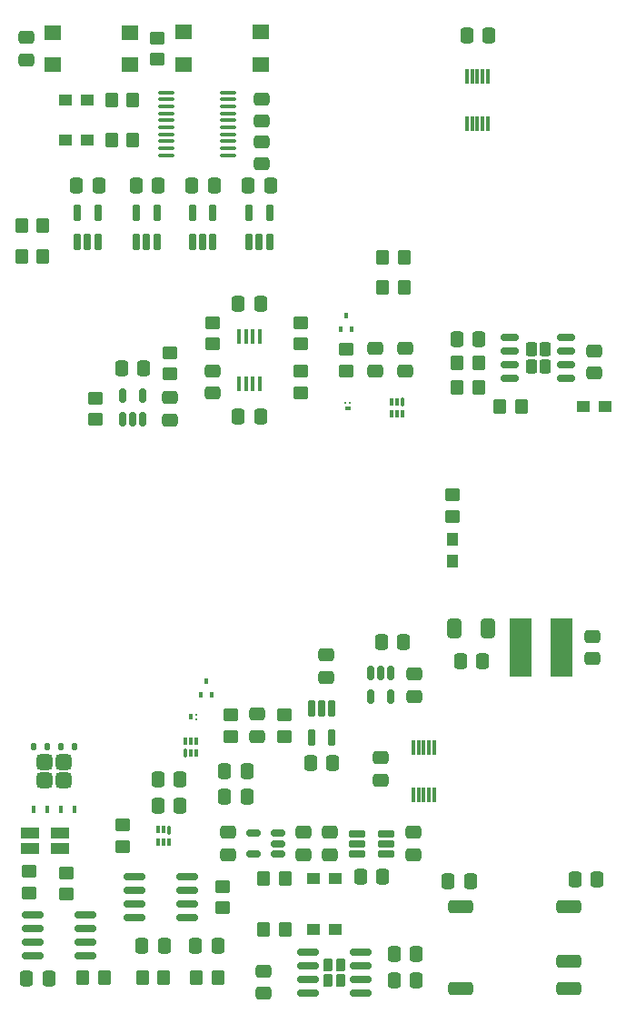
<source format=gbr>
%TF.GenerationSoftware,KiCad,Pcbnew,8.0.0*%
%TF.CreationDate,2024-10-10T18:55:30+02:00*%
%TF.ProjectId,Profiler energetyczny urz_dze_ IoT,50726f66-696c-4657-9220-656e65726765,rev?*%
%TF.SameCoordinates,Original*%
%TF.FileFunction,Paste,Top*%
%TF.FilePolarity,Positive*%
%FSLAX46Y46*%
G04 Gerber Fmt 4.6, Leading zero omitted, Abs format (unit mm)*
G04 Created by KiCad (PCBNEW 8.0.0) date 2024-10-10 18:55:30*
%MOMM*%
%LPD*%
G01*
G04 APERTURE LIST*
G04 Aperture macros list*
%AMRoundRect*
0 Rectangle with rounded corners*
0 $1 Rounding radius*
0 $2 $3 $4 $5 $6 $7 $8 $9 X,Y pos of 4 corners*
0 Add a 4 corners polygon primitive as box body*
4,1,4,$2,$3,$4,$5,$6,$7,$8,$9,$2,$3,0*
0 Add four circle primitives for the rounded corners*
1,1,$1+$1,$2,$3*
1,1,$1+$1,$4,$5*
1,1,$1+$1,$6,$7*
1,1,$1+$1,$8,$9*
0 Add four rect primitives between the rounded corners*
20,1,$1+$1,$2,$3,$4,$5,0*
20,1,$1+$1,$4,$5,$6,$7,0*
20,1,$1+$1,$6,$7,$8,$9,0*
20,1,$1+$1,$8,$9,$2,$3,0*%
G04 Aperture macros list end*
%ADD10RoundRect,0.250000X-0.337500X-0.475000X0.337500X-0.475000X0.337500X0.475000X-0.337500X0.475000X0*%
%ADD11RoundRect,0.250000X-0.350000X-0.450000X0.350000X-0.450000X0.350000X0.450000X-0.350000X0.450000X0*%
%ADD12RoundRect,0.070000X0.070000X0.355000X-0.070000X0.355000X-0.070000X-0.355000X0.070000X-0.355000X0*%
%ADD13RoundRect,0.070000X0.070000X0.305000X-0.070000X0.305000X-0.070000X-0.305000X0.070000X-0.305000X0*%
%ADD14RoundRect,0.250000X-0.275000X-0.420000X0.275000X-0.420000X0.275000X0.420000X-0.275000X0.420000X0*%
%ADD15RoundRect,0.150000X-0.662500X-0.150000X0.662500X-0.150000X0.662500X0.150000X-0.662500X0.150000X0*%
%ADD16RoundRect,0.250000X0.337500X0.475000X-0.337500X0.475000X-0.337500X-0.475000X0.337500X-0.475000X0*%
%ADD17RoundRect,0.250000X0.475000X-0.337500X0.475000X0.337500X-0.475000X0.337500X-0.475000X-0.337500X0*%
%ADD18R,1.000000X1.200000*%
%ADD19RoundRect,0.100000X-0.100000X0.155000X-0.100000X-0.155000X0.100000X-0.155000X0.100000X0.155000X0*%
%ADD20RoundRect,0.250000X-0.475000X0.337500X-0.475000X-0.337500X0.475000X-0.337500X0.475000X0.337500X0*%
%ADD21RoundRect,0.162500X0.162500X-0.617500X0.162500X0.617500X-0.162500X0.617500X-0.162500X-0.617500X0*%
%ADD22RoundRect,0.250000X0.450000X-0.350000X0.450000X0.350000X-0.450000X0.350000X-0.450000X-0.350000X0*%
%ADD23RoundRect,0.300000X0.850000X0.300000X-0.850000X0.300000X-0.850000X-0.300000X0.850000X-0.300000X0*%
%ADD24RoundRect,0.250000X-0.450000X0.350000X-0.450000X-0.350000X0.450000X-0.350000X0.450000X0.350000X0*%
%ADD25RoundRect,0.250000X0.350000X0.450000X-0.350000X0.450000X-0.350000X-0.450000X0.350000X-0.450000X0*%
%ADD26R,1.600000X1.400000*%
%ADD27RoundRect,0.150000X0.150000X-0.512500X0.150000X0.512500X-0.150000X0.512500X-0.150000X-0.512500X0*%
%ADD28R,1.750000X1.100000*%
%ADD29R,0.215000X0.270000*%
%ADD30R,0.500000X0.320000*%
%ADD31R,1.200000X1.000000*%
%ADD32RoundRect,0.162500X-0.617500X-0.162500X0.617500X-0.162500X0.617500X0.162500X-0.617500X0.162500X0*%
%ADD33RoundRect,0.070000X-0.070000X-0.355000X0.070000X-0.355000X0.070000X0.355000X-0.070000X0.355000X0*%
%ADD34RoundRect,0.070000X-0.070000X-0.305000X0.070000X-0.305000X0.070000X0.305000X-0.070000X0.305000X0*%
%ADD35RoundRect,0.162500X-0.162500X0.617500X-0.162500X-0.617500X0.162500X-0.617500X0.162500X0.617500X0*%
%ADD36RoundRect,0.150000X-0.150000X0.512500X-0.150000X-0.512500X0.150000X-0.512500X0.150000X0.512500X0*%
%ADD37R,0.300000X1.400000*%
%ADD38RoundRect,0.100000X-0.637500X-0.100000X0.637500X-0.100000X0.637500X0.100000X-0.637500X0.100000X0*%
%ADD39R,0.450000X1.450000*%
%ADD40RoundRect,0.230000X-0.230000X-0.375000X0.230000X-0.375000X0.230000X0.375000X-0.230000X0.375000X0*%
%ADD41RoundRect,0.150000X-0.825000X-0.150000X0.825000X-0.150000X0.825000X0.150000X-0.825000X0.150000X0*%
%ADD42RoundRect,0.375000X0.375000X-0.375000X0.375000X0.375000X-0.375000X0.375000X-0.375000X-0.375000X0*%
%ADD43RoundRect,0.125000X0.125000X-0.250000X0.125000X0.250000X-0.125000X0.250000X-0.125000X-0.250000X0*%
%ADD44RoundRect,0.100000X0.100000X-0.275000X0.100000X0.275000X-0.100000X0.275000X-0.100000X-0.275000X0*%
%ADD45RoundRect,0.150000X0.512500X0.150000X-0.512500X0.150000X-0.512500X-0.150000X0.512500X-0.150000X0*%
%ADD46RoundRect,0.250000X0.412500X0.650000X-0.412500X0.650000X-0.412500X-0.650000X0.412500X-0.650000X0*%
%ADD47R,2.150000X5.500000*%
%ADD48R,0.270000X0.215000*%
%ADD49R,0.320000X0.500000*%
G04 APERTURE END LIST*
D10*
%TO.C,C41*%
X113890000Y-84250000D03*
X115965000Y-84250000D03*
%TD*%
D11*
%TO.C,R3*%
X106397500Y-79985000D03*
X108397500Y-79985000D03*
%TD*%
D10*
%TO.C,C18*%
X110725000Y-142000000D03*
X112800000Y-142000000D03*
%TD*%
D12*
%TO.C,U7*%
X111750000Y-144225000D03*
D13*
X111250000Y-144175000D03*
X110750000Y-144175000D03*
X110750000Y-145325000D03*
X111250000Y-145325000D03*
X111750000Y-145325000D03*
%TD*%
D10*
%TO.C,C12*%
X132712500Y-155750000D03*
X134787500Y-155750000D03*
%TD*%
D14*
%TO.C,U4*%
X145507500Y-99450000D03*
X145507500Y-101050000D03*
X146767500Y-99450000D03*
X146767500Y-101050000D03*
D15*
X143500000Y-98345000D03*
X143500000Y-99615000D03*
X143500000Y-100885000D03*
X143500000Y-102155000D03*
X148775000Y-102155000D03*
X148775000Y-100885000D03*
X148775000Y-99615000D03*
X148775000Y-98345000D03*
%TD*%
D11*
%TO.C,R31*%
X131650000Y-93750000D03*
X133650000Y-93750000D03*
%TD*%
D16*
%TO.C,C36*%
X120287500Y-105750000D03*
X118212500Y-105750000D03*
%TD*%
D17*
%TO.C,C3*%
X120387500Y-78237500D03*
X120387500Y-76162500D03*
%TD*%
%TO.C,C26*%
X111875000Y-106062500D03*
X111875000Y-103987500D03*
%TD*%
D18*
%TO.C,D3*%
X138200000Y-119200000D03*
X138200000Y-117200000D03*
%TD*%
D19*
%TO.C,D7*%
X127750000Y-97645000D03*
X128750000Y-97645000D03*
X128250000Y-96355000D03*
%TD*%
D10*
%TO.C,C35*%
X118212500Y-95250000D03*
X120287500Y-95250000D03*
%TD*%
D11*
%TO.C,R6*%
X138600000Y-100750000D03*
X140600000Y-100750000D03*
%TD*%
D20*
%TO.C,C28*%
X120000000Y-133462500D03*
X120000000Y-135537500D03*
%TD*%
D21*
%TO.C,U18*%
X103227500Y-89450000D03*
X104177500Y-89450000D03*
X105127500Y-89450000D03*
X105127500Y-86750000D03*
X103227500Y-86750000D03*
%TD*%
D16*
%TO.C,C46*%
X151637500Y-148800000D03*
X149562500Y-148800000D03*
%TD*%
D22*
%TO.C,R21*%
X115825000Y-99000000D03*
X115825000Y-97000000D03*
%TD*%
D17*
%TO.C,C44*%
X151187500Y-128287500D03*
X151187500Y-126212500D03*
%TD*%
D22*
%TO.C,R19*%
X124075000Y-99000000D03*
X124075000Y-97000000D03*
%TD*%
D23*
%TO.C,U22*%
X149010000Y-159030000D03*
X149010000Y-156490000D03*
X149010000Y-151410000D03*
X138910000Y-151410000D03*
X138910000Y-159030000D03*
%TD*%
D11*
%TO.C,R28*%
X98000000Y-88000000D03*
X100000000Y-88000000D03*
%TD*%
D24*
%TO.C,R12*%
X107400000Y-143750000D03*
X107400000Y-145750000D03*
%TD*%
D10*
%TO.C,C27*%
X116962500Y-138800000D03*
X119037500Y-138800000D03*
%TD*%
%TO.C,C40*%
X119140000Y-84250000D03*
X121215000Y-84250000D03*
%TD*%
D17*
%TO.C,C31*%
X134600000Y-131787500D03*
X134600000Y-129712500D03*
%TD*%
D25*
%TO.C,R9*%
X122600000Y-153500000D03*
X120600000Y-153500000D03*
%TD*%
D20*
%TO.C,C2*%
X98427500Y-70462500D03*
X98427500Y-72537500D03*
%TD*%
D26*
%TO.C,SW1*%
X100900000Y-69985000D03*
X108100000Y-69985000D03*
X100900000Y-72985000D03*
X108100000Y-72985000D03*
%TD*%
D27*
%TO.C,U13*%
X107425000Y-106025000D03*
X108375000Y-106025000D03*
X109325000Y-106025000D03*
X109325000Y-103750000D03*
X107425000Y-103750000D03*
%TD*%
D21*
%TO.C,U20*%
X113927500Y-89450000D03*
X114877500Y-89450000D03*
X115827500Y-89450000D03*
X115827500Y-86750000D03*
X113927500Y-86750000D03*
%TD*%
D25*
%TO.C,R8*%
X144600000Y-104800000D03*
X142600000Y-104800000D03*
%TD*%
D10*
%TO.C,C38*%
X103140000Y-84250000D03*
X105215000Y-84250000D03*
%TD*%
D24*
%TO.C,R16*%
X98750000Y-148095000D03*
X98750000Y-150095000D03*
%TD*%
D21*
%TO.C,U19*%
X119227500Y-89450000D03*
X120177500Y-89450000D03*
X121127500Y-89450000D03*
X121127500Y-86750000D03*
X119227500Y-86750000D03*
%TD*%
D17*
%TO.C,C13*%
X124250000Y-146537500D03*
X124250000Y-144462500D03*
%TD*%
D24*
%TO.C,R27*%
X122500000Y-133500000D03*
X122500000Y-135500000D03*
%TD*%
D20*
%TO.C,C6*%
X134500000Y-144462500D03*
X134500000Y-146537500D03*
%TD*%
%TO.C,C16*%
X120600000Y-157362500D03*
X120600000Y-159437500D03*
%TD*%
D22*
%TO.C,R4*%
X138200000Y-115050000D03*
X138200000Y-113050000D03*
%TD*%
D24*
%TO.C,R14*%
X128250000Y-99500000D03*
X128250000Y-101500000D03*
%TD*%
D28*
%TO.C,R32*%
X101575000Y-144550000D03*
X101575000Y-145950000D03*
X98825000Y-145950000D03*
X98825000Y-144550000D03*
%TD*%
D17*
%TO.C,C20*%
X131000000Y-101500000D03*
X131000000Y-99425000D03*
%TD*%
D29*
%TO.C,Q2*%
X128582500Y-104490000D03*
X128217500Y-104490000D03*
D30*
X128400000Y-105000000D03*
%TD*%
D22*
%TO.C,R15*%
X102200000Y-150200000D03*
X102200000Y-148200000D03*
%TD*%
D16*
%TO.C,C7*%
X131687500Y-148607500D03*
X129612500Y-148607500D03*
%TD*%
D20*
%TO.C,C4*%
X120400000Y-80162500D03*
X120400000Y-82237500D03*
%TD*%
D31*
%TO.C,D2*%
X102137500Y-79985000D03*
X104137500Y-79985000D03*
%TD*%
D32*
%TO.C,U3*%
X129300000Y-144600000D03*
X129300000Y-145550000D03*
X129300000Y-146500000D03*
X132000000Y-146500000D03*
X132000000Y-145550000D03*
X132000000Y-144600000D03*
%TD*%
D31*
%TO.C,D5*%
X127250000Y-153500000D03*
X125250000Y-153500000D03*
%TD*%
D10*
%TO.C,C34*%
X109250000Y-155000000D03*
X111325000Y-155000000D03*
%TD*%
D11*
%TO.C,R10*%
X120600000Y-148750000D03*
X122600000Y-148750000D03*
%TD*%
D33*
%TO.C,U12*%
X113300000Y-137025000D03*
D34*
X113800000Y-137075000D03*
X114300000Y-137075000D03*
X114300000Y-135925000D03*
X113800000Y-135925000D03*
X113300000Y-135925000D03*
%TD*%
D16*
%TO.C,C14*%
X140637500Y-98500000D03*
X138562500Y-98500000D03*
%TD*%
D35*
%TO.C,U14*%
X126950000Y-132900000D03*
X126000000Y-132900000D03*
X125050000Y-132900000D03*
X125050000Y-135600000D03*
X126950000Y-135600000D03*
%TD*%
D10*
%TO.C,C19*%
X110725000Y-139500000D03*
X112800000Y-139500000D03*
%TD*%
%TO.C,C24*%
X116962500Y-141100000D03*
X119037500Y-141100000D03*
%TD*%
D22*
%TO.C,R17*%
X124075000Y-103500000D03*
X124075000Y-101500000D03*
%TD*%
D31*
%TO.C,D4*%
X152400000Y-104800000D03*
X150400000Y-104800000D03*
%TD*%
D36*
%TO.C,U15*%
X132450000Y-129575000D03*
X131500000Y-129575000D03*
X130550000Y-129575000D03*
X130550000Y-131850000D03*
X132450000Y-131850000D03*
%TD*%
D21*
%TO.C,U17*%
X108715000Y-89450000D03*
X109665000Y-89450000D03*
X110615000Y-89450000D03*
X110615000Y-86750000D03*
X108715000Y-86750000D03*
%TD*%
D37*
%TO.C,U21*%
X141500000Y-74050000D03*
X141000000Y-74050000D03*
X140500000Y-74050000D03*
X140000000Y-74050000D03*
X139500000Y-74050000D03*
X139500000Y-78450000D03*
X140000000Y-78450000D03*
X140500000Y-78450000D03*
X141000000Y-78450000D03*
X141500000Y-78450000D03*
%TD*%
D11*
%TO.C,R22*%
X114287500Y-158000000D03*
X116287500Y-158000000D03*
%TD*%
D31*
%TO.C,D1*%
X102137500Y-76235000D03*
X104137500Y-76235000D03*
%TD*%
D38*
%TO.C,U2*%
X111525000Y-75560000D03*
X111525000Y-76210000D03*
X111525000Y-76860000D03*
X111525000Y-77510000D03*
X111525000Y-78160000D03*
X111525000Y-78810000D03*
X111525000Y-79460000D03*
X111525000Y-80110000D03*
X111525000Y-80760000D03*
X111525000Y-81410000D03*
X117250000Y-81410000D03*
X117250000Y-80760000D03*
X117250000Y-80110000D03*
X117250000Y-79460000D03*
X117250000Y-78810000D03*
X117250000Y-78160000D03*
X117250000Y-77510000D03*
X117250000Y-76860000D03*
X117250000Y-76210000D03*
X117250000Y-75560000D03*
%TD*%
D39*
%TO.C,U10*%
X118275000Y-102700000D03*
X118925000Y-102700000D03*
X119575000Y-102700000D03*
X120225000Y-102700000D03*
X120225000Y-98300000D03*
X119575000Y-98300000D03*
X118925000Y-98300000D03*
X118275000Y-98300000D03*
%TD*%
D24*
%TO.C,R1*%
X110637500Y-70500000D03*
X110637500Y-72500000D03*
%TD*%
%TO.C,R26*%
X117500000Y-133500000D03*
X117500000Y-135500000D03*
%TD*%
D40*
%TO.C,U5*%
X126610000Y-156750000D03*
X126610000Y-158250000D03*
X127750000Y-156750000D03*
X127750000Y-158250000D03*
D41*
X124705000Y-155595000D03*
X124705000Y-156865000D03*
X124705000Y-158135000D03*
X124705000Y-159405000D03*
X129655000Y-159405000D03*
X129655000Y-158135000D03*
X129655000Y-156865000D03*
X129655000Y-155595000D03*
%TD*%
D20*
%TO.C,C11*%
X126750000Y-144462500D03*
X126750000Y-146537500D03*
%TD*%
D41*
%TO.C,U11*%
X108525000Y-148595000D03*
X108525000Y-149865000D03*
X108525000Y-151135000D03*
X108525000Y-152405000D03*
X113475000Y-152405000D03*
X113475000Y-151135000D03*
X113475000Y-149865000D03*
X113475000Y-148595000D03*
%TD*%
D17*
%TO.C,C23*%
X115825000Y-103537500D03*
X115825000Y-101462500D03*
%TD*%
D20*
%TO.C,C17*%
X117250000Y-144462500D03*
X117250000Y-146537500D03*
%TD*%
D10*
%TO.C,C15*%
X132712500Y-158250000D03*
X134787500Y-158250000D03*
%TD*%
D11*
%TO.C,R18*%
X103750000Y-158000000D03*
X105750000Y-158000000D03*
%TD*%
D42*
%TO.C,Q1*%
X100200000Y-139600000D03*
X101900000Y-139600000D03*
X100200000Y-137900000D03*
X101900000Y-137900000D03*
D43*
X99145000Y-136495000D03*
X100415000Y-136495000D03*
X101685000Y-136495000D03*
X102955000Y-136495000D03*
D44*
X99145000Y-142300000D03*
X100415000Y-142300000D03*
X101685000Y-142300000D03*
X102955000Y-142300000D03*
%TD*%
D45*
%TO.C,U6*%
X121887500Y-146450000D03*
X121887500Y-145500000D03*
X121887500Y-144550000D03*
X119612500Y-144550000D03*
X119612500Y-146450000D03*
%TD*%
D46*
%TO.C,C1*%
X141500000Y-125500000D03*
X138375000Y-125500000D03*
%TD*%
D17*
%TO.C,C30*%
X126400000Y-130037500D03*
X126400000Y-127962500D03*
%TD*%
D25*
%TO.C,R29*%
X100000000Y-90800000D03*
X98000000Y-90800000D03*
%TD*%
D31*
%TO.C,D6*%
X125250000Y-148750000D03*
X127250000Y-148750000D03*
%TD*%
D10*
%TO.C,C32*%
X131562500Y-126750000D03*
X133637500Y-126750000D03*
%TD*%
D20*
%TO.C,C9*%
X151400000Y-99617500D03*
X151400000Y-101692500D03*
%TD*%
%TO.C,C39*%
X131500000Y-137512500D03*
X131500000Y-139587500D03*
%TD*%
D11*
%TO.C,R2*%
X106397500Y-76235000D03*
X108397500Y-76235000D03*
%TD*%
D19*
%TO.C,D8*%
X114750000Y-131645000D03*
X115750000Y-131645000D03*
X115250000Y-130355000D03*
%TD*%
D10*
%TO.C,C37*%
X108677500Y-84250000D03*
X110752500Y-84250000D03*
%TD*%
D47*
%TO.C,L1*%
X144507500Y-127250000D03*
X148367500Y-127250000D03*
%TD*%
D48*
%TO.C,Q3*%
X114260000Y-133890000D03*
X114260000Y-133525000D03*
D49*
X113750000Y-133707500D03*
%TD*%
D10*
%TO.C,C33*%
X114250000Y-155000000D03*
X116325000Y-155000000D03*
%TD*%
D16*
%TO.C,C29*%
X127037500Y-138000000D03*
X124962500Y-138000000D03*
%TD*%
D10*
%TO.C,C42*%
X139500000Y-70250000D03*
X141575000Y-70250000D03*
%TD*%
D16*
%TO.C,C22*%
X100562500Y-158095000D03*
X98487500Y-158095000D03*
%TD*%
D25*
%TO.C,R20*%
X111287500Y-158000000D03*
X109287500Y-158000000D03*
%TD*%
D10*
%TO.C,C25*%
X107337500Y-101275000D03*
X109412500Y-101275000D03*
%TD*%
D25*
%TO.C,R30*%
X133650000Y-90900000D03*
X131650000Y-90900000D03*
%TD*%
D11*
%TO.C,R7*%
X138600000Y-103000000D03*
X140600000Y-103000000D03*
%TD*%
D22*
%TO.C,R24*%
X116750000Y-151500000D03*
X116750000Y-149500000D03*
%TD*%
D12*
%TO.C,U8*%
X133500000Y-104400000D03*
D13*
X133000000Y-104350000D03*
X132500000Y-104350000D03*
X132500000Y-105500000D03*
X133000000Y-105500000D03*
X133500000Y-105500000D03*
%TD*%
D24*
%TO.C,R23*%
X111875000Y-99775000D03*
X111875000Y-101775000D03*
%TD*%
D17*
%TO.C,C21*%
X133750000Y-101500000D03*
X133750000Y-99425000D03*
%TD*%
D26*
%TO.C,SW2*%
X113150000Y-69947500D03*
X120350000Y-69947500D03*
X113150000Y-72947500D03*
X120350000Y-72947500D03*
%TD*%
D41*
%TO.C,U9*%
X99025000Y-152095000D03*
X99025000Y-153365000D03*
X99025000Y-154635000D03*
X99025000Y-155905000D03*
X103975000Y-155905000D03*
X103975000Y-154635000D03*
X103975000Y-153365000D03*
X103975000Y-152095000D03*
%TD*%
D16*
%TO.C,C45*%
X140975000Y-128500000D03*
X138900000Y-128500000D03*
%TD*%
D37*
%TO.C,U16*%
X136500000Y-136550000D03*
X136000000Y-136550000D03*
X135500000Y-136550000D03*
X135000000Y-136550000D03*
X134500000Y-136550000D03*
X134500000Y-140950000D03*
X135000000Y-140950000D03*
X135500000Y-140950000D03*
X136000000Y-140950000D03*
X136500000Y-140950000D03*
%TD*%
D10*
%TO.C,C43*%
X137762500Y-149000000D03*
X139837500Y-149000000D03*
%TD*%
D24*
%TO.C,R25*%
X104875000Y-104025000D03*
X104875000Y-106025000D03*
%TD*%
M02*

</source>
